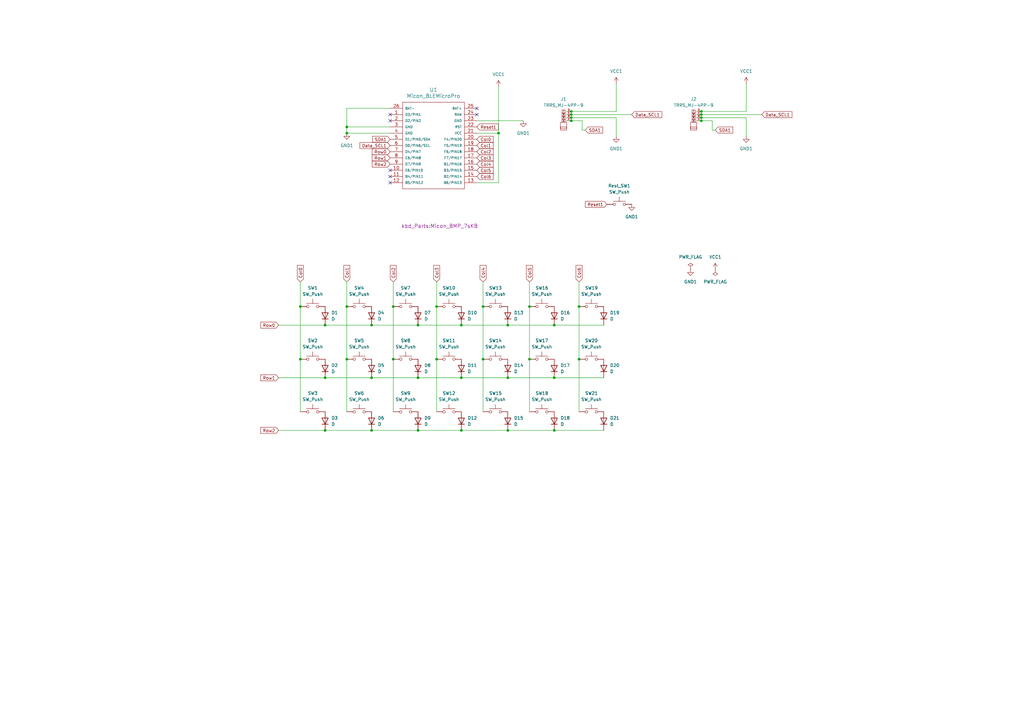
<source format=kicad_sch>
(kicad_sch (version 20231120) (generator "eeschema") (generator_version "8.0")
  (paper "A3")
  (lib_symbols
    (symbol "Device:D" (pin_numbers hide) (pin_names (offset 1.016) hide)
      (property "Reference" "D" (at 0 2.54 0))
      (property "Value" "D" (at 0 -2.54 0))
      (symbol "D_0_1"
        (polyline (pts (xy -1.27 1.27) (xy -1.27 -1.27)) (stroke (width 0.254)))
        (polyline (pts (xy 1.27 0) (xy -1.27 0)))
        (polyline (pts (xy 1.27 1.27) (xy 1.27 -1.27) (xy -1.27 0) (xy 1.27 1.27)) (stroke (width 0.254)))
      )
      (symbol "D_1_1"
        (pin passive line (at -3.81 0 0) (length 2.54) (name "K") (number "1"))
        (pin passive line (at 3.81 0 180) (length 2.54) (name "A") (number "2"))
      )
    )
    (symbol "Salicylic_kbd:Micon_BLEMicroPro" (pin_names (offset 1.016))
      (property "Reference" "U" (at 0 26.67 0))
      (property "Value" "Micon_BLEMicroPro" (at 0 -13.97 0))
      (symbol "Micon_BLEMicroPro_0_1"
        (rectangle (start 12.7 24.13) (end -12.7 -11.43))
      )
      (symbol "Micon_BLEMicroPro_1_1"
        (pin bidirectional line (at -17.78 19.05 0) (length 5.08) (name "D3/PIN1") (number "1"))
        (pin bidirectional line (at -17.78 -3.81 0) (length 5.08) (name "E6/PIN10") (number "10"))
        (pin bidirectional line (at -17.78 -6.35 0) (length 5.08) (name "B4/PIN11") (number "11"))
        (pin bidirectional line (at -17.78 -8.89 0) (length 5.08) (name "B5/PIN12") (number "12"))
        (pin bidirectional line (at 17.78 -8.89 180) (length 5.08) (name "B6/PIN13") (number "13"))
        (pin bidirectional line (at 17.78 -6.35 180) (length 5.08) (name "B2/PIN14") (number "14"))
        (pin bidirectional line (at 17.78 -3.81 180) (length 5.08) (name "B3/PIN15") (number "15"))
        (pin bidirectional line (at 17.78 -1.27 180) (length 5.08) (name "B1/PIN16") (number "16"))
        (pin bidirectional line (at 17.78 1.27 180) (length 5.08) (name "F7/PIN17") (number "17"))
        (pin bidirectional line (at 17.78 3.81 180) (length 5.08) (name "F6/PIN18") (number "18"))
        (pin bidirectional line (at 17.78 6.35 180) (length 5.08) (name "F5/PIN19") (number "19"))
        (pin bidirectional line (at -17.78 16.51 0) (length 5.08) (name "D2/PIN2") (number "2"))
        (pin bidirectional line (at 17.78 8.89 180) (length 5.08) (name "F4/PIN20") (number "20"))
        (pin power_in line (at 17.78 11.43 180) (length 5.08) (name "VCC") (number "21"))
        (pin input line (at 17.78 13.97 180) (length 5.08) (name "RST") (number "22"))
        (pin power_in line (at 17.78 16.51 180) (length 5.08) (name "GND") (number "23"))
        (pin power_out line (at 17.78 19.05 180) (length 5.08) (name "RAW") (number "24"))
        (pin input line (at 17.78 21.59 180) (length 5.08) (name "BAT+") (number "25"))
        (pin input line (at -17.78 21.59 0) (length 5.08) (name "BAT-") (number "26"))
        (pin power_in line (at -17.78 13.97 0) (length 5.08) (name "GND") (number "3"))
        (pin power_in line (at -17.78 11.43 0) (length 5.08) (name "GND") (number "4"))
        (pin bidirectional line (at -17.78 8.89 0) (length 5.08) (name "D1/PIN5/SDA") (number "5"))
        (pin bidirectional line (at -17.78 6.35 0) (length 5.08) (name "D0/PIN6/SCL") (number "6"))
        (pin bidirectional line (at -17.78 3.81 0) (length 5.08) (name "D4/PIN7") (number "7"))
        (pin bidirectional line (at -17.78 1.27 0) (length 5.08) (name "C6/PIN8") (number "8"))
        (pin bidirectional line (at -17.78 -1.27 0) (length 5.08) (name "D7/PIN9") (number "9"))
      )
    )
    (symbol "Salicylic_kbd:TRRS_MJ-4PP-9" (pin_names (offset 1.016))
      (property "Reference" "J" (at 0 5.08 0))
      (property "Value" "TRRS_MJ-4PP-9" (at 0 -6.985 0))
      (symbol "TRRS_MJ-4PP-9_0_0"
        (text "R" (at 0 0 0) (effects (font (size 0.6096 0.6096))))
        (text "R" (at 0 1.27 0) (effects (font (size 0.6096 0.6096))))
        (text "S" (at 0 -1.27 0) (effects (font (size 0.6096 0.6096))))
        (text "T" (at 0 2.54 0) (effects (font (size 0.6096 0.6096))))
      )
      (symbol "TRRS_MJ-4PP-9_0_1"
        (rectangle (start -1.27 -3.81) (end 1.27 -4.445))
        (rectangle (start -1.27 -1.905) (end 1.27 -5.08))
        (rectangle (start -0.635 -0.635) (end 0.635 -1.905))
        (rectangle (start -0.635 0.635) (end 0.635 -0.635))
        (rectangle (start -0.635 1.905) (end 0.635 0.635))
        (rectangle (start -0.635 3.175) (end 0.635 1.905))
      )
      (symbol "TRRS_MJ-4PP-9_1_1"
        (pin input line (at 3.175 -1.27 180) (length 2.0066) (name "~") (number "A"))
        (pin input line (at 3.175 0 180) (length 2.0066) (name "~") (number "B"))
        (pin input line (at 3.175 1.27 180) (length 2.0066) (name "~") (number "C"))
        (pin input line (at 3.175 2.54 180) (length 2.0066) (name "~") (number "D"))
      )
    )
    (symbol "Switch:SW_Push" (pin_numbers hide) (pin_names (offset 1.016) hide)
      (property "Reference" "SW" (at 1.27 2.54 0))
      (property "Value" "SW_Push" (at 0 -1.524 0))
      (symbol "SW_Push_0_1"
        (circle (center -2.032 0) (radius 0.508))
        (polyline (pts (xy 0 1.27) (xy 0 3.048)))
        (polyline (pts (xy 2.54 1.27) (xy -2.54 1.27)))
        (circle (center 2.032 0) (radius 0.508))
        (pin passive line (at -5.08 0 0) (length 2.54) (name "1") (number "1"))
        (pin passive line (at 5.08 0 180) (length 2.54) (name "2") (number "2"))
      )
    )
    (symbol "power:GND" (power) (pin_numbers hide) (pin_names (offset 0) hide)
      (property "Value" "GND" (at 0 -3.81 0))
      (symbol "GND_0_1"
        (polyline (pts (xy 0 0) (xy 0 -1.27) (xy 1.27 -1.27) (xy 0 -2.54) (xy -1.27 -1.27) (xy 0 -1.27)))
      )
      (symbol "GND_1_1"
        (pin power_in line (at 0 0 270) (length 0) (name "~") (number "1"))
      )
    )
    (symbol "power:PWR_FLAG" (power) (pin_numbers hide) (pin_names (offset 0) hide)
      (property "Value" "PWR_FLAG" (at 0 3.81 0))
      (symbol "PWR_FLAG_0_0"
        (pin power_out line (at 0 0 90) (length 0) (name "~") (number "1"))
      )
      (symbol "PWR_FLAG_0_1"
        (polyline (pts (xy 0 0) (xy 0 1.27) (xy -1.016 1.905) (xy 0 2.54) (xy 1.016 1.905) (xy 0 1.27)))
      )
    )
    (symbol "power:VCC" (power) (pin_numbers hide) (pin_names (offset 0) hide)
      (property "Value" "VCC" (at 0 3.556 0))
      (symbol "VCC_0_1"
        (polyline (pts (xy -0.762 1.27) (xy 0 2.54)))
        (polyline (pts (xy 0 0) (xy 0 2.54)))
        (polyline (pts (xy 0 2.54) (xy 0.762 1.27)))
      )
      (symbol "VCC_1_1"
        (pin power_in line (at 0 0 90) (length 0) (name "~") (number "1"))
      )
    )
  )
  (junction (at 142.24 125.73))
  (junction (at 198.12 125.73))
  (junction (at 204.47 54.61))
  (junction (at 171.45 176.53))
  (junction (at 217.17 147.32))
  (junction (at 142.24 147.32))
  (junction (at 152.4 176.53))
  (junction (at 142.24 52.07))
  (junction (at 171.45 133.35))
  (junction (at 179.07 147.32))
  (junction (at 179.07 125.73))
  (junction (at 227.33 176.53))
  (junction (at 208.28 133.35))
  (junction (at 234.315 46.99))
  (junction (at 123.19 147.32))
  (junction (at 189.23 154.94))
  (junction (at 234.315 48.26))
  (junction (at 217.17 125.73))
  (junction (at 237.49 147.32))
  (junction (at 133.35 154.94))
  (junction (at 133.35 133.35))
  (junction (at 227.33 154.94))
  (junction (at 234.315 45.72))
  (junction (at 227.33 133.35))
  (junction (at 287.655 48.26))
  (junction (at 189.23 176.53))
  (junction (at 152.4 154.94))
  (junction (at 198.12 147.32))
  (junction (at 152.4 133.35))
  (junction (at 171.45 154.94))
  (junction (at 123.19 125.73))
  (junction (at 234.315 49.53))
  (junction (at 287.655 45.72))
  (junction (at 133.35 176.53))
  (junction (at 161.29 147.32))
  (junction (at 287.655 46.99))
  (junction (at 189.23 133.35))
  (junction (at 208.28 176.53))
  (junction (at 208.28 154.94))
  (junction (at 161.29 125.73))
  (junction (at 287.655 49.53))
  (junction (at 237.49 125.73))
  (junction (at 142.24 54.61))
  (no_connect (at 160.02 49.53))
  (no_connect (at 195.58 46.99))
  (no_connect (at 160.02 69.85))
  (no_connect (at 160.02 72.39))
  (no_connect (at 195.58 44.45))
  (no_connect (at 160.02 74.93))
  (no_connect (at 160.02 46.99))
  (wire (pts (xy 189.23 154.94) (xy 208.28 154.94)))
  (wire (pts (xy 123.19 125.73) (xy 123.19 147.32)))
  (wire (pts (xy 114.3 176.53) (xy 133.35 176.53)))
  (wire (pts (xy 195.58 54.61) (xy 204.47 54.61)))
  (wire (pts (xy 142.24 54.61) (xy 160.02 54.61)))
  (wire (pts (xy 227.33 133.35) (xy 247.65 133.35)))
  (wire (pts (xy 287.655 48.26) (xy 306.07 48.26)))
  (wire (pts (xy 179.07 115.57) (xy 179.07 125.73)))
  (wire (pts (xy 208.28 154.94) (xy 227.33 154.94)))
  (wire (pts (xy 234.315 46.99) (xy 259.08 46.99)))
  (wire (pts (xy 171.45 154.94) (xy 189.23 154.94)))
  (wire (pts (xy 227.33 176.53) (xy 247.65 176.53)))
  (wire (pts (xy 252.73 48.26) (xy 252.73 55.88)))
  (wire (pts (xy 287.02 49.53) (xy 287.655 49.53)))
  (wire (pts (xy 238.76 49.53) (xy 238.76 53.34)))
  (wire (pts (xy 306.07 45.72) (xy 306.07 34.29)))
  (wire (pts (xy 142.24 44.45) (xy 160.02 44.45)))
  (wire (pts (xy 161.29 115.57) (xy 161.29 125.73)))
  (wire (pts (xy 237.49 125.73) (xy 237.49 147.32)))
  (wire (pts (xy 292.1 53.34) (xy 293.37 53.34)))
  (wire (pts (xy 287.655 45.72) (xy 306.07 45.72)))
  (wire (pts (xy 233.68 48.26) (xy 234.315 48.26)))
  (wire (pts (xy 152.4 133.35) (xy 171.45 133.35)))
  (wire (pts (xy 287.02 46.99) (xy 287.655 46.99)))
  (wire (pts (xy 233.68 49.53) (xy 234.315 49.53)))
  (wire (pts (xy 179.07 147.32) (xy 179.07 168.91)))
  (wire (pts (xy 114.3 133.35) (xy 133.35 133.35)))
  (wire (pts (xy 208.28 133.35) (xy 227.33 133.35)))
  (wire (pts (xy 198.12 147.32) (xy 198.12 168.91)))
  (wire (pts (xy 217.17 125.73) (xy 217.17 147.32)))
  (wire (pts (xy 123.19 147.32) (xy 123.19 168.91)))
  (wire (pts (xy 237.49 115.57) (xy 237.49 125.73)))
  (wire (pts (xy 292.1 49.53) (xy 292.1 53.34)))
  (wire (pts (xy 237.49 147.32) (xy 237.49 168.91)))
  (wire (pts (xy 287.655 46.99) (xy 312.42 46.99)))
  (wire (pts (xy 171.45 133.35) (xy 189.23 133.35)))
  (wire (pts (xy 208.28 176.53) (xy 227.33 176.53)))
  (wire (pts (xy 204.47 35.56) (xy 204.47 54.61)))
  (wire (pts (xy 238.76 53.34) (xy 240.03 53.34)))
  (wire (pts (xy 142.24 125.73) (xy 142.24 147.32)))
  (wire (pts (xy 161.29 147.32) (xy 161.29 168.91)))
  (wire (pts (xy 142.24 147.32) (xy 142.24 168.91)))
  (wire (pts (xy 204.47 74.93) (xy 195.58 74.93)))
  (wire (pts (xy 233.68 45.72) (xy 234.315 45.72)))
  (wire (pts (xy 171.45 176.53) (xy 189.23 176.53)))
  (wire (pts (xy 189.23 176.53) (xy 208.28 176.53)))
  (wire (pts (xy 306.07 48.26) (xy 306.07 55.88)))
  (wire (pts (xy 133.35 154.94) (xy 152.4 154.94)))
  (wire (pts (xy 227.33 154.94) (xy 247.65 154.94)))
  (wire (pts (xy 114.3 154.94) (xy 133.35 154.94)))
  (wire (pts (xy 198.12 125.73) (xy 198.12 147.32)))
  (wire (pts (xy 179.07 125.73) (xy 179.07 147.32)))
  (wire (pts (xy 234.315 45.72) (xy 252.73 45.72)))
  (wire (pts (xy 133.35 176.53) (xy 152.4 176.53)))
  (wire (pts (xy 123.19 115.57) (xy 123.19 125.73)))
  (wire (pts (xy 161.29 125.73) (xy 161.29 147.32)))
  (wire (pts (xy 189.23 133.35) (xy 208.28 133.35)))
  (wire (pts (xy 198.12 115.57) (xy 198.12 125.73)))
  (wire (pts (xy 234.315 49.53) (xy 238.76 49.53)))
  (wire (pts (xy 142.24 52.07) (xy 160.02 52.07)))
  (wire (pts (xy 252.73 45.72) (xy 252.73 34.29)))
  (wire (pts (xy 152.4 154.94) (xy 171.45 154.94)))
  (wire (pts (xy 133.35 133.35) (xy 152.4 133.35)))
  (wire (pts (xy 217.17 115.57) (xy 217.17 125.73)))
  (wire (pts (xy 234.315 48.26) (xy 252.73 48.26)))
  (wire (pts (xy 287.655 49.53) (xy 292.1 49.53)))
  (wire (pts (xy 152.4 176.53) (xy 171.45 176.53)))
  (wire (pts (xy 287.02 48.26) (xy 287.655 48.26)))
  (wire (pts (xy 142.24 52.07) (xy 142.24 44.45)))
  (wire (pts (xy 142.24 115.57) (xy 142.24 125.73)))
  (wire (pts (xy 142.24 52.07) (xy 142.24 54.61)))
  (wire (pts (xy 204.47 54.61) (xy 204.47 74.93)))
  (wire (pts (xy 233.68 46.99) (xy 234.315 46.99)))
  (wire (pts (xy 217.17 147.32) (xy 217.17 168.91)))
  (wire (pts (xy 214.63 49.53) (xy 195.58 49.53)))
  (wire (pts (xy 287.02 45.72) (xy 287.655 45.72)))
  (global_label "Col3" (shape input) (at 195.58 64.77 0) (property "Intersheetrefs" "${INTERSHEET_REFS}" (effects (hide yes))))
  (global_label "Col4" (shape input) (at 198.12 115.57 90) (property "Intersheetrefs" "${INTERSHEET_REFS}" (effects (hide yes))))
  (global_label "Row1" (shape input) (at 160.02 64.77 180) (property "Intersheetrefs" "${INTERSHEET_REFS}" (effects (hide yes))))
  (global_label "Col0" (shape input) (at 195.58 57.15 0) (property "Intersheetrefs" "${INTERSHEET_REFS}" (effects (hide yes))))
  (global_label "Col2" (shape input) (at 161.29 115.57 90) (property "Intersheetrefs" "${INTERSHEET_REFS}" (effects (hide yes))))
  (global_label "Col1" (shape input) (at 195.58 59.69 0) (property "Intersheetrefs" "${INTERSHEET_REFS}" (effects (hide yes))))
  (global_label "Col6" (shape input) (at 195.58 72.39 0) (property "Intersheetrefs" "${INTERSHEET_REFS}" (effects (hide yes))))
  (global_label "Data_SCL1" (shape input) (at 160.02 59.69 180) (property "Intersheetrefs" "${INTERSHEET_REFS}" (effects (hide yes))))
  (global_label "Row1" (shape input) (at 114.3 154.94 180) (property "Intersheetrefs" "${INTERSHEET_REFS}" (effects (hide yes))))
  (global_label "Data_SCL1" (shape input) (at 312.42 46.99 0) (property "Intersheetrefs" "${INTERSHEET_REFS}" (effects (hide yes))))
  (global_label "Col5" (shape input) (at 195.58 69.85 0) (property "Intersheetrefs" "${INTERSHEET_REFS}" (effects (hide yes))))
  (global_label "Reset1" (shape input) (at 195.58 52.07 0) (property "Intersheetrefs" "${INTERSHEET_REFS}" (effects (hide yes))))
  (global_label "Col0" (shape input) (at 123.19 115.57 90) (property "Intersheetrefs" "${INTERSHEET_REFS}" (effects (hide yes))))
  (global_label "Col6" (shape input) (at 237.49 115.57 90) (property "Intersheetrefs" "${INTERSHEET_REFS}" (effects (hide yes))))
  (global_label "Data_SCL1" (shape input) (at 259.08 46.99 0) (property "Intersheetrefs" "${INTERSHEET_REFS}" (effects (hide yes))))
  (global_label "Col5" (shape input) (at 217.17 115.57 90) (property "Intersheetrefs" "${INTERSHEET_REFS}" (effects (hide yes))))
  (global_label "Col4" (shape input) (at 195.58 67.31 0) (property "Intersheetrefs" "${INTERSHEET_REFS}" (effects (hide yes))))
  (global_label "Col3" (shape input) (at 179.07 115.57 90) (property "Intersheetrefs" "${INTERSHEET_REFS}" (effects (hide yes))))
  (global_label "Row2" (shape input) (at 114.3 176.53 180) (property "Intersheetrefs" "${INTERSHEET_REFS}" (effects (hide yes))))
  (global_label "Row2" (shape input) (at 160.02 67.31 180) (property "Intersheetrefs" "${INTERSHEET_REFS}" (effects (hide yes))))
  (global_label "SDA1" (shape input) (at 293.37 53.34 0) (property "Intersheetrefs" "${INTERSHEET_REFS}" (effects (hide yes))))
  (global_label "SDA1" (shape input) (at 240.03 53.34 0) (property "Intersheetrefs" "${INTERSHEET_REFS}" (effects (hide yes))))
  (global_label "Reset1" (shape input) (at 248.92 83.82 180) (property "Intersheetrefs" "${INTERSHEET_REFS}" (effects (hide yes))))
  (global_label "Row0" (shape input) (at 114.3 133.35 180) (property "Intersheetrefs" "${INTERSHEET_REFS}" (effects (hide yes))))
  (global_label "SDA1" (shape input) (at 160.02 57.15 180) (property "Intersheetrefs" "${INTERSHEET_REFS}" (effects (hide yes))))
  (global_label "Col2" (shape input) (at 195.58 62.23 0) (property "Intersheetrefs" "${INTERSHEET_REFS}" (effects (hide yes))))
  (global_label "Col1" (shape input) (at 142.24 115.57 90) (property "Intersheetrefs" "${INTERSHEET_REFS}" (effects (hide yes))))
  (global_label "Row0" (shape input) (at 160.02 62.23 180) (property "Intersheetrefs" "${INTERSHEET_REFS}" (effects (hide yes))))
  (symbol (lib_id "Switch:SW_Push") (at 166.37 147.32 0) (unit 1)
    (property "Reference" "SW8" (at 166.37 139.7 0))
    (property "Value" "SW_Push" (at 166.37 142.24 0))
    (property "Footprint" "kbd_SW:CherryMX_Solder_1u" (effects (hide yes)))
    (property "Description" "Push button switch, generic, two pins" (effects (hide yes)))
  )
  (symbol (lib_id "Switch:SW_Push") (at 147.32 147.32 0) (unit 1)
    (property "Reference" "SW5" (at 147.32 139.7 0))
    (property "Value" "SW_Push" (at 147.32 142.24 0))
    (property "Footprint" "kbd_SW:CherryMX_Solder_1u" (effects (hide yes)))
    (property "Description" "Push button switch, generic, two pins" (effects (hide yes)))
  )
  (symbol (lib_id "Salicylic_kbd:TRRS_MJ-4PP-9") (at 231.14 48.26 0) (unit 1)
    (property "Reference" "J1" (at 231.14 40.64 0))
    (property "Value" "TRRS_MJ-4PP-9" (at 231.14 43.18 0))
    (property "Footprint" "kbd_Parts:TRRS_MJ-4PP-9" (effects (hide yes)))
  )
  (symbol (lib_id "Device:D") (at 189.23 151.13 90) (unit 1)
    (property "Reference" "D11" (at 191.77 149.8599 90) (effects (justify right)))
    (property "Value" "D" (at 191.77 152.3999 90) (effects (justify right)))
    (property "Footprint" "kbd_Parts:Diode_TH" (effects (hide yes)))
    (property "Description" "Diode" (effects (hide yes)))
    (property "Sim.Device" "D" (effects (hide yes)))
    (property "Sim.Pins" "1=K 2=A" (effects (hide yes)))
  )
  (symbol (lib_id "Device:D") (at 227.33 151.13 90) (unit 1)
    (property "Reference" "D17" (at 229.87 149.8599 90) (effects (justify right)))
    (property "Value" "D" (at 229.87 152.3999 90) (effects (justify right)))
    (property "Footprint" "kbd_Parts:Diode_TH" (effects (hide yes)))
    (property "Description" "Diode" (effects (hide yes)))
    (property "Sim.Device" "D" (effects (hide yes)))
    (property "Sim.Pins" "1=K 2=A" (effects (hide yes)))
  )
  (symbol (lib_id "power:GND") (at 252.73 55.88 0) (unit 1)
    (property "Reference" "#PWR08" (effects (hide yes)))
    (property "Value" "GND1" (at 252.73 60.96 0))
    (property "Description" "Power symbol creates a global label with name \"GND\" , ground" (effects (hide yes)))
  )
  (symbol (lib_id "power:PWR_FLAG") (at 283.21 110.49 0) (unit 1)
    (property "Reference" "#FLG01" (effects (hide yes)))
    (property "Value" "PWR_FLAG" (at 283.21 105.41 0))
    (property "Description" "Special symbol for telling ERC where power comes from" (effects (hide yes)))
  )
  (symbol (lib_id "Switch:SW_Push") (at 147.32 125.73 0) (unit 1)
    (property "Reference" "SW4" (at 147.32 118.11 0))
    (property "Value" "SW_Push" (at 147.32 120.65 0))
    (property "Footprint" "kbd_SW:CherryMX_Solder_1u" (effects (hide yes)))
    (property "Description" "Push button switch, generic, two pins" (effects (hide yes)))
  )
  (symbol (lib_id "Switch:SW_Push") (at 128.27 147.32 0) (unit 1)
    (property "Reference" "SW2" (at 128.27 139.7 0))
    (property "Value" "SW_Push" (at 128.27 142.24 0))
    (property "Footprint" "kbd_SW:CherryMX_Solder_1u" (effects (hide yes)))
    (property "Description" "Push button switch, generic, two pins" (effects (hide yes)))
  )
  (symbol (lib_id "power:VCC") (at 252.73 34.29 0) (unit 1)
    (property "Reference" "#PWR07" (effects (hide yes)))
    (property "Value" "VCC1" (at 252.73 29.21 0))
    (property "Description" "Power symbol creates a global label with name \"VCC\"" (effects (hide yes)))
  )
  (symbol (lib_id "Device:D") (at 133.35 129.54 90) (unit 1)
    (property "Reference" "D1" (at 135.89 128.2699 90) (effects (justify right)))
    (property "Value" "D" (at 135.89 130.8099 90) (effects (justify right)))
    (property "Footprint" "kbd_Parts:Diode_TH" (effects (hide yes)))
    (property "Description" "Diode" (effects (hide yes)))
    (property "Sim.Device" "D" (effects (hide yes)))
    (property "Sim.Pins" "1=K 2=A" (effects (hide yes)))
  )
  (symbol (lib_id "Switch:SW_Push") (at 222.25 147.32 0) (unit 1)
    (property "Reference" "SW17" (at 222.25 139.7 0))
    (property "Value" "SW_Push" (at 222.25 142.24 0))
    (property "Footprint" "kbd_SW:CherryMX_Solder_1u" (effects (hide yes)))
    (property "Description" "Push button switch, generic, two pins" (effects (hide yes)))
  )
  (symbol (lib_id "Salicylic_kbd:Micon_BLEMicroPro") (at 177.8 66.04 0) (unit 1)
    (property "Reference" "U1" (at 177.8 36.83 0) (effects (font (size 1.524 1.524))))
    (property "Value" "Micon_BLEMicroPro" (at 177.8 39.37 0) (effects (font (size 1.524 1.524))))
    (property "Footprint" "kbd_Parts:Micon_BMP_7sKB" (at 180.34 92.71 0) (effects (font (size 1.524 1.524))))
  )
  (symbol (lib_id "Device:D") (at 133.35 172.72 90) (unit 1)
    (property "Reference" "D3" (at 135.89 171.4499 90) (effects (justify right)))
    (property "Value" "D" (at 135.89 173.9899 90) (effects (justify right)))
    (property "Footprint" "kbd_Parts:Diode_TH" (effects (hide yes)))
    (property "Description" "Diode" (effects (hide yes)))
    (property "Sim.Device" "D" (effects (hide yes)))
    (property "Sim.Pins" "1=K 2=A" (effects (hide yes)))
  )
  (symbol (lib_id "Device:D") (at 247.65 151.13 90) (unit 1)
    (property "Reference" "D20" (at 250.19 149.8599 90) (effects (justify right)))
    (property "Value" "D" (at 250.19 152.3999 90) (effects (justify right)))
    (property "Footprint" "kbd_Parts:Diode_TH" (effects (hide yes)))
    (property "Description" "Diode" (effects (hide yes)))
    (property "Sim.Device" "D" (effects (hide yes)))
    (property "Sim.Pins" "1=K 2=A" (effects (hide yes)))
  )
  (symbol (lib_id "power:GND") (at 214.63 49.53 0) (unit 1)
    (property "Reference" "#PWR03" (effects (hide yes)))
    (property "Value" "GND1" (at 214.63 54.61 0))
    (property "Description" "Power symbol creates a global label with name \"GND\" , ground" (effects (hide yes)))
  )
  (symbol (lib_id "Switch:SW_Push") (at 203.2 147.32 0) (unit 1)
    (property "Reference" "SW14" (at 203.2 139.7 0))
    (property "Value" "SW_Push" (at 203.2 142.24 0))
    (property "Footprint" "kbd_SW:CherryMX_Solder_1u" (effects (hide yes)))
    (property "Description" "Push button switch, generic, two pins" (effects (hide yes)))
  )
  (symbol (lib_id "power:VCC") (at 204.47 35.56 0) (unit 1)
    (property "Reference" "#PWR02" (effects (hide yes)))
    (property "Value" "VCC1" (at 204.47 30.48 0))
    (property "Description" "Power symbol creates a global label with name \"VCC\"" (effects (hide yes)))
  )
  (symbol (lib_id "Device:D") (at 171.45 129.54 90) (unit 1)
    (property "Reference" "D7" (at 173.99 128.2699 90) (effects (justify right)))
    (property "Value" "D" (at 173.99 130.8099 90) (effects (justify right)))
    (property "Footprint" "kbd_Parts:Diode_TH" (effects (hide yes)))
    (property "Description" "Diode" (effects (hide yes)))
    (property "Sim.Device" "D" (effects (hide yes)))
    (property "Sim.Pins" "1=K 2=A" (effects (hide yes)))
  )
  (symbol (lib_id "Switch:SW_Push") (at 203.2 168.91 0) (unit 1)
    (property "Reference" "SW15" (at 203.2 161.29 0))
    (property "Value" "SW_Push" (at 203.2 163.83 0))
    (property "Footprint" "kbd_SW:CherryMX_Solder_1u" (effects (hide yes)))
    (property "Description" "Push button switch, generic, two pins" (effects (hide yes)))
  )
  (symbol (lib_id "Device:D") (at 189.23 172.72 90) (unit 1)
    (property "Reference" "D12" (at 191.77 171.4499 90) (effects (justify right)))
    (property "Value" "D" (at 191.77 173.9899 90) (effects (justify right)))
    (property "Footprint" "kbd_Parts:Diode_TH" (effects (hide yes)))
    (property "Description" "Diode" (effects (hide yes)))
    (property "Sim.Device" "D" (effects (hide yes)))
    (property "Sim.Pins" "1=K 2=A" (effects (hide yes)))
  )
  (symbol (lib_id "Switch:SW_Push") (at 254 83.82 0) (unit 1)
    (property "Reference" "Rest_SW1" (at 254 76.2 0))
    (property "Value" "SW_Push" (at 254 78.74 0))
    (property "Footprint" "kbd_Parts:ResetSW" (effects (hide yes)))
    (property "Description" "Push button switch, generic, two pins" (effects (hide yes)))
  )
  (symbol (lib_id "Device:D") (at 227.33 172.72 90) (unit 1)
    (property "Reference" "D18" (at 229.87 171.4499 90) (effects (justify right)))
    (property "Value" "D" (at 229.87 173.9899 90) (effects (justify right)))
    (property "Footprint" "kbd_Parts:Diode_TH" (effects (hide yes)))
    (property "Description" "Diode" (effects (hide yes)))
    (property "Sim.Device" "D" (effects (hide yes)))
    (property "Sim.Pins" "1=K 2=A" (effects (hide yes)))
  )
  (symbol (lib_id "Switch:SW_Push") (at 147.32 168.91 0) (unit 1)
    (property "Reference" "SW6" (at 147.32 161.29 0))
    (property "Value" "SW_Push" (at 147.32 163.83 0))
    (property "Footprint" "kbd_SW:CherryMX_Solder_1u" (effects (hide yes)))
    (property "Description" "Push button switch, generic, two pins" (effects (hide yes)))
  )
  (symbol (lib_id "Device:D") (at 152.4 151.13 90) (unit 1)
    (property "Reference" "D5" (at 154.94 149.8599 90) (effects (justify right)))
    (property "Value" "D" (at 154.94 152.3999 90) (effects (justify right)))
    (property "Footprint" "kbd_Parts:Diode_TH" (effects (hide yes)))
    (property "Description" "Diode" (effects (hide yes)))
    (property "Sim.Device" "D" (effects (hide yes)))
    (property "Sim.Pins" "1=K 2=A" (effects (hide yes)))
  )
  (symbol (lib_id "Switch:SW_Push") (at 222.25 168.91 0) (unit 1)
    (property "Reference" "SW18" (at 222.25 161.29 0))
    (property "Value" "SW_Push" (at 222.25 163.83 0))
    (property "Footprint" "kbd_SW:CherryMX_Solder_1u" (effects (hide yes)))
    (property "Description" "Push button switch, generic, two pins" (effects (hide yes)))
  )
  (symbol (lib_id "power:GND") (at 142.24 54.61 0) (unit 1)
    (property "Reference" "#PWR01" (effects (hide yes)))
    (property "Value" "GND1" (at 142.24 59.69 0))
    (property "Description" "Power symbol creates a global label with name \"GND\" , ground" (effects (hide yes)))
  )
  (symbol (lib_id "power:VCC") (at 293.37 110.49 0) (unit 1)
    (property "Reference" "#PWR09" (effects (hide yes)))
    (property "Value" "VCC1" (at 293.37 105.41 0))
    (property "Description" "Power symbol creates a global label with name \"VCC\"" (effects (hide yes)))
  )
  (symbol (lib_id "Device:D") (at 208.28 129.54 90) (unit 1)
    (property "Reference" "D13" (at 210.82 128.2699 90) (effects (justify right)))
    (property "Value" "D" (at 210.82 130.8099 90) (effects (justify right)))
    (property "Footprint" "kbd_Parts:Diode_TH" (effects (hide yes)))
    (property "Description" "Diode" (effects (hide yes)))
    (property "Sim.Device" "D" (effects (hide yes)))
    (property "Sim.Pins" "1=K 2=A" (effects (hide yes)))
  )
  (symbol (lib_id "Salicylic_kbd:TRRS_MJ-4PP-9") (at 284.48 48.26 0) (unit 1)
    (property "Reference" "J2" (at 284.48 40.64 0))
    (property "Value" "TRRS_MJ-4PP-9" (at 284.48 43.18 0))
    (property "Footprint" "kbd_Parts:TRRS_MJ-4PP-9" (effects (hide yes)))
  )
  (symbol (lib_id "Device:D") (at 208.28 151.13 90) (unit 1)
    (property "Reference" "D14" (at 210.82 149.8599 90) (effects (justify right)))
    (property "Value" "D" (at 210.82 152.3999 90) (effects (justify right)))
    (property "Footprint" "kbd_Parts:Diode_TH" (effects (hide yes)))
    (property "Description" "Diode" (effects (hide yes)))
    (property "Sim.Device" "D" (effects (hide yes)))
    (property "Sim.Pins" "1=K 2=A" (effects (hide yes)))
  )
  (symbol (lib_id "Device:D") (at 247.65 172.72 90) (unit 1)
    (property "Reference" "D21" (at 250.19 171.4499 90) (effects (justify right)))
    (property "Value" "D" (at 250.19 173.9899 90) (effects (justify right)))
    (property "Footprint" "kbd_Parts:Diode_TH" (effects (hide yes)))
    (property "Description" "Diode" (effects (hide yes)))
    (property "Sim.Device" "D" (effects (hide yes)))
    (property "Sim.Pins" "1=K 2=A" (effects (hide yes)))
  )
  (symbol (lib_id "Switch:SW_Push") (at 184.15 168.91 0) (unit 1)
    (property "Reference" "SW12" (at 184.15 161.29 0))
    (property "Value" "SW_Push" (at 184.15 163.83 0))
    (property "Footprint" "kbd_SW:CherryMX_Solder_1u" (effects (hide yes)))
    (property "Description" "Push button switch, generic, two pins" (effects (hide yes)))
  )
  (symbol (lib_id "Switch:SW_Push") (at 166.37 168.91 0) (unit 1)
    (property "Reference" "SW9" (at 166.37 161.29 0))
    (property "Value" "SW_Push" (at 166.37 163.83 0))
    (property "Footprint" "kbd_SW:CherryMX_Solder_1u" (effects (hide yes)))
    (property "Description" "Push button switch, generic, two pins" (effects (hide yes)))
  )
  (symbol (lib_id "Switch:SW_Push") (at 184.15 147.32 0) (unit 1)
    (property "Reference" "SW11" (at 184.15 139.7 0))
    (property "Value" "SW_Push" (at 184.15 142.24 0))
    (property "Footprint" "kbd_SW:CherryMX_Solder_1u" (effects (hide yes)))
    (property "Description" "Push button switch, generic, two pins" (effects (hide yes)))
  )
  (symbol (lib_id "power:GND") (at 259.08 83.82 0) (unit 1)
    (property "Reference" "#PWR05" (effects (hide yes)))
    (property "Value" "GND1" (at 259.08 88.9 0))
    (property "Description" "Power symbol creates a global label with name \"GND\" , ground" (effects (hide yes)))
  )
  (symbol (lib_id "Device:D") (at 152.4 129.54 90) (unit 1)
    (property "Reference" "D4" (at 154.94 128.2699 90) (effects (justify right)))
    (property "Value" "D" (at 154.94 130.8099 90) (effects (justify right)))
    (property "Footprint" "kbd_Parts:Diode_TH" (effects (hide yes)))
    (property "Description" "Diode" (effects (hide yes)))
    (property "Sim.Device" "D" (effects (hide yes)))
    (property "Sim.Pins" "1=K 2=A" (effects (hide yes)))
  )
  (symbol (lib_id "Device:D") (at 208.28 172.72 90) (unit 1)
    (property "Reference" "D15" (at 210.82 171.4499 90) (effects (justify right)))
    (property "Value" "D" (at 210.82 173.9899 90) (effects (justify right)))
    (property "Footprint" "kbd_Parts:Diode_TH" (effects (hide yes)))
    (property "Description" "Diode" (effects (hide yes)))
    (property "Sim.Device" "D" (effects (hide yes)))
    (property "Sim.Pins" "1=K 2=A" (effects (hide yes)))
  )
  (symbol (lib_id "Device:D") (at 247.65 129.54 90) (unit 1)
    (property "Reference" "D19" (at 250.19 128.2699 90) (effects (justify right)))
    (property "Value" "D" (at 250.19 130.8099 90) (effects (justify right)))
    (property "Footprint" "kbd_Parts:Diode_TH" (effects (hide yes)))
    (property "Description" "Diode" (effects (hide yes)))
    (property "Sim.Device" "D" (effects (hide yes)))
    (property "Sim.Pins" "1=K 2=A" (effects (hide yes)))
  )
  (symbol (lib_id "Device:D") (at 133.35 151.13 90) (unit 1)
    (property "Reference" "D2" (at 135.89 149.8599 90) (effects (justify right)))
    (property "Value" "D" (at 135.89 152.3999 90) (effects (justify right)))
    (property "Footprint" "kbd_Parts:Diode_TH" (effects (hide yes)))
    (property "Description" "Diode" (effects (hide yes)))
    (property "Sim.Device" "D" (effects (hide yes)))
    (property "Sim.Pins" "1=K 2=A" (effects (hide yes)))
  )
  (symbol (lib_id "Switch:SW_Push") (at 203.2 125.73 0) (unit 1)
    (property "Reference" "SW13" (at 203.2 118.11 0))
    (property "Value" "SW_Push" (at 203.2 120.65 0))
    (property "Footprint" "kbd_SW:CherryMX_Solder_1u" (effects (hide yes)))
    (property "Description" "Push button switch, generic, two pins" (effects (hide yes)))
  )
  (symbol (lib_id "power:GND") (at 306.07 55.88 0) (unit 1)
    (property "Reference" "#PWR010" (effects (hide yes)))
    (property "Value" "GND1" (at 306.07 60.96 0))
    (property "Description" "Power symbol creates a global label with name \"GND\" , ground" (effects (hide yes)))
  )
  (symbol (lib_id "Switch:SW_Push") (at 242.57 147.32 0) (unit 1)
    (property "Reference" "SW20" (at 242.57 139.7 0))
    (property "Value" "SW_Push" (at 242.57 142.24 0))
    (property "Footprint" "kbd_SW:CherryMX_Solder_1u" (effects (hide yes)))
    (property "Description" "Push button switch, generic, two pins" (effects (hide yes)))
  )
  (symbol (lib_id "Device:D") (at 171.45 151.13 90) (unit 1)
    (property "Reference" "D8" (at 173.99 149.8599 90) (effects (justify right)))
    (property "Value" "D" (at 173.99 152.3999 90) (effects (justify right)))
    (property "Footprint" "kbd_Parts:Diode_TH" (effects (hide yes)))
    (property "Description" "Diode" (effects (hide yes)))
    (property "Sim.Device" "D" (effects (hide yes)))
    (property "Sim.Pins" "1=K 2=A" (effects (hide yes)))
  )
  (symbol (lib_id "Device:D") (at 152.4 172.72 90) (unit 1)
    (property "Reference" "D6" (at 154.94 171.4499 90) (effects (justify right)))
    (property "Value" "D" (at 154.94 173.9899 90) (effects (justify right)))
    (property "Footprint" "kbd_Parts:Diode_TH" (effects (hide yes)))
    (property "Description" "Diode" (effects (hide yes)))
    (property "Sim.Device" "D" (effects (hide yes)))
    (property "Sim.Pins" "1=K 2=A" (effects (hide yes)))
  )
  (symbol (lib_id "power:GND") (at 283.21 110.49 0) (unit 1)
    (property "Reference" "#PWR04" (effects (hide yes)))
    (property "Value" "GND1" (at 283.21 115.57 0))
    (property "Description" "Power symbol creates a global label with name \"GND\" , ground" (effects (hide yes)))
  )
  (symbol (lib_id "Switch:SW_Push") (at 128.27 168.91 0) (unit 1)
    (property "Reference" "SW3" (at 128.27 161.29 0))
    (property "Value" "SW_Push" (at 128.27 163.83 0))
    (property "Footprint" "kbd_SW:CherryMX_Solder_1u" (effects (hide yes)))
    (property "Description" "Push button switch, generic, two pins" (effects (hide yes)))
  )
  (symbol (lib_id "Switch:SW_Push") (at 242.57 125.73 0) (unit 1)
    (property "Reference" "SW19" (at 242.57 118.11 0))
    (property "Value" "SW_Push" (at 242.57 120.65 0))
    (property "Footprint" "kbd_SW:CherryMX_Solder_1u" (effects (hide yes)))
    (property "Description" "Push button switch, generic, two pins" (effects (hide yes)))
  )
  (symbol (lib_id "Device:D") (at 189.23 129.54 90) (unit 1)
    (property "Reference" "D10" (at 191.77 128.2699 90) (effects (justify right)))
    (property "Value" "D" (at 191.77 130.8099 90) (effects (justify right)))
    (property "Footprint" "kbd_Parts:Diode_TH" (effects (hide yes)))
    (property "Description" "Diode" (effects (hide yes)))
    (property "Sim.Device" "D" (effects (hide yes)))
    (property "Sim.Pins" "1=K 2=A" (effects (hide yes)))
  )
  (symbol (lib_id "Switch:SW_Push") (at 166.37 125.73 0) (unit 1)
    (property "Reference" "SW7" (at 166.37 118.11 0))
    (property "Value" "SW_Push" (at 166.37 120.65 0))
    (property "Footprint" "kbd_SW:CherryMX_Solder_1u" (effects (hide yes)))
    (property "Description" "Push button switch, generic, two pins" (effects (hide yes)))
  )
  (symbol (lib_id "power:PWR_FLAG") (at 293.37 110.49 180) (unit 1)
    (property "Reference" "#FLG02" (effects (hide yes)))
    (property "Value" "PWR_FLAG" (at 293.37 115.57 0))
    (property "Description" "Special symbol for telling ERC where power comes from" (effects (hide yes)))
  )
  (symbol (lib_id "power:VCC") (at 306.07 34.29 0) (unit 1)
    (property "Reference" "#PWR06" (effects (hide yes)))
    (property "Value" "VCC1" (at 306.07 29.21 0))
    (property "Description" "Power symbol creates a global label with name \"VCC\"" (effects (hide yes)))
  )
  (symbol (lib_id "Switch:SW_Push") (at 128.27 125.73 0) (unit 1)
    (property "Reference" "SW1" (at 128.27 118.11 0))
    (property "Value" "SW_Push" (at 128.27 120.65 0))
    (property "Footprint" "kbd_SW:CherryMX_Solder_1u" (effects (hide yes)))
    (property "Description" "Push button switch, generic, two pins" (effects (hide yes)))
  )
  (symbol (lib_id "Switch:SW_Push") (at 184.15 125.73 0) (unit 1)
    (property "Reference" "SW10" (at 184.15 118.11 0))
    (property "Value" "SW_Push" (at 184.15 120.65 0))
    (property "Footprint" "kbd_SW:CherryMX_Solder_1u" (effects (hide yes)))
    (property "Description" "Push button switch, generic, two pins" (effects (hide yes)))
  )
  (symbol (lib_id "Switch:SW_Push") (at 242.57 168.91 0) (unit 1)
    (property "Reference" "SW21" (at 242.57 161.29 0))
    (property "Value" "SW_Push" (at 242.57 163.83 0))
    (property "Footprint" "kbd_SW:CherryMX_Solder_1u" (effects (hide yes)))
    (property "Description" "Push button switch, generic, two pins" (effects (hide yes)))
  )
  (symbol (lib_id "Switch:SW_Push") (at 222.25 125.73 0) (unit 1)
    (property "Reference" "SW16" (at 222.25 118.11 0))
    (property "Value" "SW_Push" (at 222.25 120.65 0))
    (property "Footprint" "kbd_SW:CherryMX_Solder_1u" (effects (hide yes)))
    (property "Description" "Push button switch, generic, two pins" (effects (hide yes)))
  )
  (symbol (lib_id "Device:D") (at 171.45 172.72 90) (unit 1)
    (property "Reference" "D9" (at 173.99 171.4499 90) (effects (justify right)))
    (property "Value" "D" (at 173.99 173.9899 90) (effects (justify right)))
    (property "Footprint" "kbd_Parts:Diode_TH" (effects (hide yes)))
    (property "Description" "Diode" (effects (hide yes)))
    (property "Sim.Device" "D" (effects (hide yes)))
    (property "Sim.Pins" "1=K 2=A" (effects (hide yes)))
  )
  (symbol (lib_id "Device:D") (at 227.33 129.54 90) (unit 1)
    (property "Reference" "D16" (at 229.87 128.2699 90) (effects (justify right)))
    (property "Value" "D" (at 229.87 130.8099 90) (effects (justify right)))
    (property "Footprint" "kbd_Parts:Diode_TH" (effects (hide yes)))
    (property "Description" "Diode" (effects (hide yes)))
    (property "Sim.Device" "D" (effects (hide yes)))
    (property "Sim.Pins" "1=K 2=A" (effects (hide yes)))
  )
)
</source>
